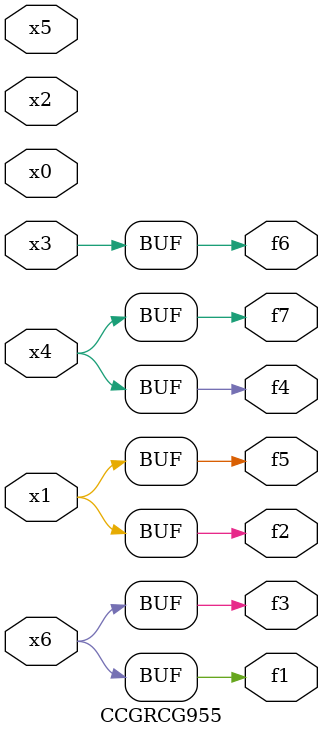
<source format=v>
module CCGRCG955(
	input x0, x1, x2, x3, x4, x5, x6,
	output f1, f2, f3, f4, f5, f6, f7
);
	assign f1 = x6;
	assign f2 = x1;
	assign f3 = x6;
	assign f4 = x4;
	assign f5 = x1;
	assign f6 = x3;
	assign f7 = x4;
endmodule

</source>
